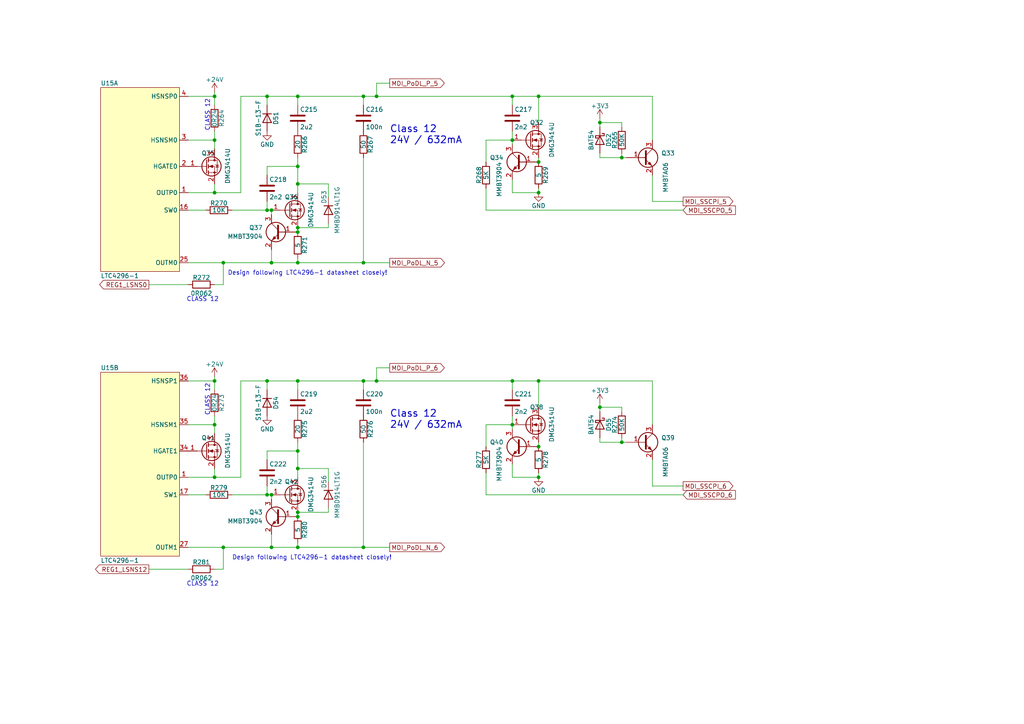
<source format=kicad_sch>
(kicad_sch (version 20211123) (generator eeschema)
  (paper "A4")
  (title_block (title "Open Hardware 10Base-T1L Switch") (date "2023-04-07") (rev "REV A") (company "Peter Heinrich") (comment 1 "Open Hardware License CERN-OHL-P v2") (comment 2 "https://github.com/peterheinrich/Open_10Base-T1L_Switch"))
  (lib_symbols
    (symbol "Device:C" (pin_numbers hide) (pin_names (offset 0.254))
      (property "Reference" "C" (at 0.635 2.54 0))
      (property "Value" "C" (at 0.635 -2.54 0))
      (symbol "C_0_1"
        (polyline (pts (xy -2.032 -0.762) (xy 2.032 -0.762)) (stroke (width 0.508)))
        (polyline (pts (xy -2.032 0.762) (xy 2.032 0.762)) (stroke (width 0.508)))
      )
      (symbol "C_1_1"
        (pin passive line (at 0 3.81 270) (length 2.794) (name "~") (number "1"))
        (pin passive line (at 0 -3.81 90) (length 2.794) (name "~") (number "2"))
      )
    )
    (symbol "Device:D" (pin_numbers hide) (pin_names (offset 1.016) hide)
      (property "Reference" "D" (at 0 2.54 0))
      (property "Value" "D" (at 0 -2.54 0))
      (symbol "D_0_1"
        (polyline (pts (xy -1.27 1.27) (xy -1.27 -1.27)) (stroke (width 0.254)))
        (polyline (pts (xy 1.27 0) (xy -1.27 0)))
        (polyline (pts (xy 1.27 1.27) (xy 1.27 -1.27) (xy -1.27 0) (xy 1.27 1.27)) (stroke (width 0.254)))
      )
      (symbol "D_1_1"
        (pin passive line (at -3.81 0 0) (length 2.54) (name "K") (number "1"))
        (pin passive line (at 3.81 0 180) (length 2.54) (name "A") (number "2"))
      )
    )
    (symbol "Device:D_Schottky" (pin_numbers hide) (pin_names (offset 1.016) hide)
      (property "Reference" "D" (at 0 2.54 0))
      (property "Value" "D_Schottky" (at 0 -2.54 0))
      (symbol "D_Schottky_0_1"
        (polyline (pts (xy 1.27 0) (xy -1.27 0)))
        (polyline (pts (xy 1.27 1.27) (xy 1.27 -1.27) (xy -1.27 0) (xy 1.27 1.27)) (stroke (width 0.254)))
        (polyline (pts (xy -1.905 0.635) (xy -1.905 1.27) (xy -1.27 1.27) (xy -1.27 -1.27) (xy -0.635 -1.27) (xy -0.635 -0.635)) (stroke (width 0.254)))
      )
      (symbol "D_Schottky_1_1"
        (pin passive line (at -3.81 0 0) (length 2.54) (name "K") (number "1"))
        (pin passive line (at 3.81 0 180) (length 2.54) (name "A") (number "2"))
      )
    )
    (symbol "Device:Q_NMOS_GSD" (pin_names (offset 0) hide)
      (property "Reference" "Q" (at 5.08 1.27 0))
      (property "Value" "Q_NMOS_GSD" (at 5.08 -1.27 0))
      (symbol "Q_NMOS_GSD_0_1"
        (polyline (pts (xy 0.254 0) (xy -2.54 0)))
        (polyline (pts (xy 0.254 1.905) (xy 0.254 -1.905)) (stroke (width 0.254)))
        (polyline (pts (xy 0.762 -1.27) (xy 0.762 -2.286)) (stroke (width 0.254)))
        (polyline (pts (xy 0.762 0.508) (xy 0.762 -0.508)) (stroke (width 0.254)))
        (polyline (pts (xy 0.762 2.286) (xy 0.762 1.27)) (stroke (width 0.254)))
        (polyline (pts (xy 2.54 2.54) (xy 2.54 1.778)))
        (polyline (pts (xy 2.54 -2.54) (xy 2.54 0) (xy 0.762 0)))
        (polyline (pts (xy 0.762 -1.778) (xy 3.302 -1.778) (xy 3.302 1.778) (xy 0.762 1.778)))
        (polyline (pts (xy 1.016 0) (xy 2.032 0.381) (xy 2.032 -0.381) (xy 1.016 0)) (fill (type outline)))
        (polyline (pts (xy 2.794 0.508) (xy 2.921 0.381) (xy 3.683 0.381) (xy 3.81 0.254)))
        (polyline (pts (xy 3.302 0.381) (xy 2.921 -0.254) (xy 3.683 -0.254) (xy 3.302 0.381)))
        (circle (center 1.651 0) (radius 2.794) (stroke (width 0.254)))
        (circle (center 2.54 -1.778) (radius 0.254) (fill (type outline)))
        (circle (center 2.54 1.778) (radius 0.254) (fill (type outline)))
      )
      (symbol "Q_NMOS_GSD_1_1"
        (pin input line (at -5.08 0 0) (length 2.54) (name "G") (number "1"))
        (pin passive line (at 2.54 -5.08 90) (length 2.54) (name "S") (number "2"))
        (pin passive line (at 2.54 5.08 270) (length 2.54) (name "D") (number "3"))
      )
    )
    (symbol "Device:Q_NPN_BEC" (pin_names (offset 0) hide)
      (property "Reference" "Q" (at 5.08 1.27 0))
      (property "Value" "Q_NPN_BEC" (at 5.08 -1.27 0))
      (symbol "Q_NPN_BEC_0_1"
        (polyline (pts (xy 0.635 0.635) (xy 2.54 2.54)))
        (polyline (pts (xy 0.635 -0.635) (xy 2.54 -2.54) (xy 2.54 -2.54)))
        (polyline (pts (xy 0.635 1.905) (xy 0.635 -1.905) (xy 0.635 -1.905)) (stroke (width 0.508)))
        (polyline (pts (xy 1.27 -1.778) (xy 1.778 -1.27) (xy 2.286 -2.286) (xy 1.27 -1.778) (xy 1.27 -1.778)) (fill (type outline)))
        (circle (center 1.27 0) (radius 2.8194) (stroke (width 0.254)))
      )
      (symbol "Q_NPN_BEC_1_1"
        (pin input line (at -5.08 0 0) (length 5.715) (name "B") (number "1"))
        (pin passive line (at 2.54 -5.08 90) (length 2.54) (name "E") (number "2"))
        (pin passive line (at 2.54 5.08 270) (length 2.54) (name "C") (number "3"))
      )
    )
    (symbol "Device:R" (pin_numbers hide) (pin_names (offset 0))
      (property "Reference" "R" (at 2.032 0 90))
      (property "Value" "R" (at 0 0 90))
      (symbol "R_0_1"
        (rectangle (start -1.016 -2.54) (end 1.016 2.54) (stroke (width 0.254)))
      )
      (symbol "R_1_1"
        (pin passive line (at 0 3.81 270) (length 1.27) (name "~") (number "1"))
        (pin passive line (at 0 -3.81 90) (length 1.27) (name "~") (number "2"))
      )
    )
    (symbol "LTC4296-1:LTC4296-1"
      (property "Reference" "U" (at 0 1.27 0))
      (property "Value" "LTC4296-1" (at 0 -54.61 0))
      (symbol "LTC4296-1_0_1"
        (rectangle (start 0 0) (end 22.86 -53.34) (fill (type background)))
      )
      (symbol "LTC4296-1_1_1"
        (pin output line (at 25.4 -30.48 180) (length 2.54) (name "OUTP0") (number "1"))
        (pin output line (at 25.4 -35.56 180) (length 2.54) (name "SW0") (number "16"))
        (pin output line (at 25.4 -22.86 180) (length 2.54) (name "HGATE0") (number "2"))
        (pin output line (at 25.4 -50.8 180) (length 2.54) (name "OUTM0") (number "25"))
        (pin input line (at 25.4 -15.24 180) (length 2.54) (name "HSNSM0") (number "3"))
        (pin input line (at 25.4 -2.54 180) (length 2.54) (name "HSNSP0") (number "4"))
      )
      (symbol "LTC4296-1_2_1"
        (pin output line (at 25.4 -30.48 180) (length 2.54) (name "OUTP0") (number "1"))
        (pin output line (at 25.4 -35.56 180) (length 2.54) (name "SW1") (number "17"))
        (pin output line (at 25.4 -50.8 180) (length 2.54) (name "OUTM1") (number "27"))
        (pin output line (at 25.4 -22.86 180) (length 2.54) (name "HGATE1") (number "34"))
        (pin input line (at 25.4 -15.24 180) (length 2.54) (name "HSNSM1") (number "35"))
        (pin input line (at 25.4 -2.54 180) (length 2.54) (name "HSNSP1") (number "36"))
      )
      (symbol "LTC4296-1_3_1"
        (pin output line (at 25.4 -35.56 180) (length 2.54) (name "SW2") (number "18"))
        (pin output line (at 25.4 -50.8 180) (length 2.54) (name "OUTM2") (number "29"))
        (pin output line (at 25.4 -30.48 180) (length 2.54) (name "OUTP2") (number "37"))
        (pin output line (at 25.4 -22.86 180) (length 2.54) (name "HGATE2") (number "38"))
        (pin input line (at 25.4 -15.24 180) (length 2.54) (name "HSNSM2") (number "39"))
        (pin input line (at 25.4 -2.54 180) (length 2.54) (name "HSNSP2") (number "40"))
      )
      (symbol "LTC4296-1_4_1"
        (pin output line (at 25.4 -35.56 180) (length 2.54) (name "SW3") (number "19"))
        (pin output line (at 25.4 -50.8 180) (length 2.54) (name "OUTM3") (number "30"))
        (pin output line (at 25.4 -30.48 180) (length 2.54) (name "OUTP3") (number "41"))
        (pin output line (at 25.4 -22.86 180) (length 2.54) (name "HGATE3") (number "42"))
        (pin input line (at 25.4 -15.24 180) (length 2.54) (name "HSNSM3") (number "43"))
        (pin input line (at 25.4 -2.54 180) (length 2.54) (name "HSNSP3") (number "44"))
      )
      (symbol "LTC4296-1_5_1"
        (pin output line (at 25.4 -35.56 180) (length 2.54) (name "SW4") (number "20"))
        (pin output line (at 25.4 -50.8 180) (length 2.54) (name "OUTM4") (number "32"))
        (pin output line (at 25.4 -30.48 180) (length 2.54) (name "OUTP4") (number "45"))
        (pin output line (at 25.4 -22.86 180) (length 2.54) (name "HGATE4") (number "46"))
        (pin input line (at 25.4 -15.24 180) (length 2.54) (name "HSNSM4") (number "47"))
        (pin input line (at 25.4 -2.54 180) (length 2.54) (name "HSNSP4") (number "48"))
      )
      (symbol "LTC4296-1_6_1"
        (pin output line (at -2.54 -7.62 0) (length 2.54) (name "SDO") (number "10"))
        (pin input line (at -2.54 -2.54 0) (length 2.54) (name "SCK") (number "11"))
        (pin input line (at -2.54 -10.16 0) (length 2.54) (name "nCS") (number "12"))
        (pin input line (at 25.4 -2.54 180) (length 2.54) (name "AUTO") (number "13"))
        (pin bidirectional line (at 25.4 -5.08 180) (length 2.54) (name "WAKEUP") (number "14"))
        (pin input line (at 25.4 -17.78 180) (length 2.54) (name "NC") (number "15"))
        (pin power_in line (at -2.54 -38.1 0) (length 2.54) (name "GND") (number "21"))
        (pin input line (at -2.54 -12.7 0) (length 2.54) (name "RT") (number "22"))
        (pin output line (at -2.54 -50.8 0) (length 2.54) (name "LGATE") (number "23"))
        (pin input line (at -2.54 -43.18 0) (length 2.54) (name "LSRC") (number "24"))
        (pin input line (at 25.4 -45.72 180) (length 2.54) (name "LSNS0") (number "26"))
        (pin input line (at 25.4 -48.26 180) (length 2.54) (name "LSNS1/LSNS2") (number "28"))
        (pin input line (at 25.4 -50.8 180) (length 2.54) (name "LSNS3/LSNS4") (number "31"))
        (pin power_in line (at -2.54 -40.64 0) (length 2.54) (name "GND") (number "49"))
        (pin input line (at 25.4 -15.24 180) (length 2.54) (name "NC") (number "5"))
        (pin power_in line (at -2.54 -25.4 0) (length 2.54) (name "IN") (number "6"))
        (pin bidirectional line (at -2.54 -27.94 0) (length 2.54) (name "CPO") (number "7"))
        (pin bidirectional line (at 25.4 -7.62 180) (length 2.54) (name "INT") (number "8"))
        (pin input line (at -2.54 -5.08 0) (length 2.54) (name "SDI") (number "9"))
      )
    )
    (symbol "power:+24V" (power) (pin_names (offset 0))
      (property "Value" "+24V" (at 0 3.556 0))
      (symbol "+24V_0_1"
        (polyline (pts (xy -0.762 1.27) (xy 0 2.54)))
        (polyline (pts (xy 0 0) (xy 0 2.54)))
        (polyline (pts (xy 0 2.54) (xy 0.762 1.27)))
      )
      (symbol "+24V_1_1"
        (pin power_in line (at 0 0 90) (length 0) hide (name "+24V") (number "1"))
      )
    )
    (symbol "power:+3V3" (power) (pin_names (offset 0))
      (property "Value" "+3V3" (at 0 3.556 0))
      (symbol "+3V3_0_1"
        (polyline (pts (xy -0.762 1.27) (xy 0 2.54)))
        (polyline (pts (xy 0 0) (xy 0 2.54)))
        (polyline (pts (xy 0 2.54) (xy 0.762 1.27)))
      )
      (symbol "+3V3_1_1"
        (pin power_in line (at 0 0 90) (length 0) hide (name "+3V3") (number "1"))
      )
    )
    (symbol "power:GND" (power) (pin_names (offset 0))
      (property "Value" "GND" (at 0 -3.81 0))
      (symbol "GND_0_1"
        (polyline (pts (xy 0 0) (xy 0 -1.27) (xy 1.27 -1.27) (xy 0 -2.54) (xy -1.27 -1.27) (xy 0 -1.27)))
      )
      (symbol "GND_1_1"
        (pin power_in line (at 0 0 270) (length 0) hide (name "GND") (number "1"))
      )
    )
  )
  (junction (at 86.36 149.86))
  (junction (at 78.74 60.96))
  (junction (at 156.21 55.88))
  (junction (at 105.41 110.49))
  (junction (at 105.41 27.94))
  (junction (at 105.41 158.75))
  (junction (at 78.74 76.2))
  (junction (at 77.47 143.51))
  (junction (at 148.59 27.94))
  (junction (at 180.34 45.72))
  (junction (at 62.23 55.88))
  (junction (at 180.34 128.27))
  (junction (at 148.59 40.64))
  (junction (at 86.36 66.04))
  (junction (at 62.23 110.49))
  (junction (at 78.74 143.51))
  (junction (at 86.36 110.49))
  (junction (at 77.47 60.96))
  (junction (at 64.77 76.2))
  (junction (at 109.22 110.49))
  (junction (at 86.36 48.26))
  (junction (at 62.23 27.94))
  (junction (at 86.36 27.94))
  (junction (at 148.59 123.19))
  (junction (at 62.23 123.19))
  (junction (at 148.59 110.49))
  (junction (at 156.21 129.54))
  (junction (at 156.21 138.43))
  (junction (at 86.36 67.31))
  (junction (at 62.23 40.64))
  (junction (at 86.36 135.89))
  (junction (at 77.47 27.94))
  (junction (at 86.36 158.75))
  (junction (at 109.22 27.94))
  (junction (at 173.99 35.56))
  (junction (at 173.99 118.11))
  (junction (at 86.36 53.34))
  (junction (at 105.41 76.2))
  (junction (at 156.21 46.99))
  (junction (at 86.36 76.2))
  (junction (at 156.21 110.49))
  (junction (at 77.47 110.49))
  (junction (at 86.36 130.81))
  (junction (at 62.23 138.43))
  (junction (at 156.21 27.94))
  (junction (at 86.36 148.59))
  (junction (at 78.74 158.75))
  (junction (at 64.77 158.75))
  (wire (pts (xy 148.59 38.1) (xy 148.59 40.64)))
  (wire (pts (xy 156.21 27.94) (xy 156.21 35.56)))
  (wire (pts (xy 62.23 138.43) (xy 69.85 138.43)))
  (wire (pts (xy 148.59 55.88) (xy 156.21 55.88)))
  (wire (pts (xy 86.36 76.2) (xy 105.41 76.2)))
  (wire (pts (xy 156.21 54.61) (xy 156.21 55.88)))
  (wire (pts (xy 105.41 110.49) (xy 105.41 113.03)))
  (wire (pts (xy 105.41 27.94) (xy 105.41 30.48)))
  (wire (pts (xy 148.59 138.43) (xy 156.21 138.43)))
  (wire (pts (xy 86.36 110.49) (xy 86.36 113.03)))
  (wire (pts (xy 86.36 130.81) (xy 86.36 135.89)))
  (wire (pts (xy 148.59 41.91) (xy 148.59 40.64)))
  (wire (pts (xy 180.34 128.27) (xy 173.99 128.27)))
  (wire (pts (xy 86.36 148.59) (xy 95.25 148.59)))
  (wire (pts (xy 54.61 27.94) (xy 62.23 27.94)))
  (wire (pts (xy 77.47 143.51) (xy 78.74 143.51)))
  (wire (pts (xy 95.25 147.32) (xy 95.25 148.59)))
  (wire (pts (xy 95.25 57.15) (xy 95.25 53.34)))
  (wire (pts (xy 86.36 158.75) (xy 105.41 158.75)))
  (wire (pts (xy 54.61 143.51) (xy 59.69 143.51)))
  (wire (pts (xy 77.47 50.8) (xy 77.47 48.26)))
  (wire (pts (xy 86.36 53.34) (xy 95.25 53.34)))
  (wire (pts (xy 77.47 60.96) (xy 78.74 60.96)))
  (wire (pts (xy 95.25 64.77) (xy 95.25 66.04)))
  (wire (pts (xy 77.47 140.97) (xy 77.47 143.51)))
  (wire (pts (xy 140.97 60.96) (xy 198.12 60.96)))
  (wire (pts (xy 69.85 55.88) (xy 69.85 27.94)))
  (wire (pts (xy 86.36 45.72) (xy 86.36 48.26)))
  (wire (pts (xy 140.97 129.54) (xy 140.97 123.19)))
  (wire (pts (xy 54.61 110.49) (xy 62.23 110.49)))
  (wire (pts (xy 54.61 158.75) (xy 64.77 158.75)))
  (wire (pts (xy 148.59 113.03) (xy 148.59 110.49)))
  (wire (pts (xy 148.59 30.48) (xy 148.59 27.94)))
  (wire (pts (xy 156.21 46.99) (xy 156.21 45.72)))
  (wire (pts (xy 173.99 119.38) (xy 173.99 118.11)))
  (wire (pts (xy 105.41 27.94) (xy 109.22 27.94)))
  (wire (pts (xy 181.61 128.27) (xy 180.34 128.27)))
  (wire (pts (xy 78.74 144.78) (xy 78.74 143.51)))
  (wire (pts (xy 86.36 48.26) (xy 86.36 53.34)))
  (wire (pts (xy 109.22 27.94) (xy 148.59 27.94)))
  (wire (pts (xy 86.36 149.86) (xy 86.36 148.59)))
  (wire (pts (xy 180.34 35.56) (xy 180.34 36.83)))
  (wire (pts (xy 62.23 40.64) (xy 54.61 40.64)))
  (wire (pts (xy 189.23 50.8) (xy 189.23 58.42)))
  (wire (pts (xy 148.59 110.49) (xy 156.21 110.49)))
  (wire (pts (xy 180.34 127) (xy 180.34 128.27)))
  (wire (pts (xy 109.22 106.68) (xy 109.22 110.49)))
  (wire (pts (xy 181.61 45.72) (xy 180.34 45.72)))
  (wire (pts (xy 54.61 138.43) (xy 62.23 138.43)))
  (wire (pts (xy 148.59 27.94) (xy 156.21 27.94)))
  (wire (pts (xy 86.36 74.93) (xy 86.36 76.2)))
  (wire (pts (xy 77.47 130.81) (xy 86.36 130.81)))
  (wire (pts (xy 105.41 110.49) (xy 109.22 110.49)))
  (wire (pts (xy 173.99 128.27) (xy 173.99 127)))
  (wire (pts (xy 64.77 76.2) (xy 78.74 76.2)))
  (wire (pts (xy 109.22 24.13) (xy 109.22 27.94)))
  (wire (pts (xy 86.36 135.89) (xy 95.25 135.89)))
  (wire (pts (xy 86.36 66.04) (xy 95.25 66.04)))
  (wire (pts (xy 43.18 82.55) (xy 54.61 82.55)))
  (wire (pts (xy 173.99 118.11) (xy 180.34 118.11)))
  (wire (pts (xy 62.23 123.19) (xy 54.61 123.19)))
  (wire (pts (xy 78.74 76.2) (xy 86.36 76.2)))
  (wire (pts (xy 77.47 133.35) (xy 77.47 130.81)))
  (wire (pts (xy 62.23 38.1) (xy 62.23 40.64)))
  (wire (pts (xy 95.25 139.7) (xy 95.25 135.89)))
  (wire (pts (xy 173.99 36.83) (xy 173.99 35.56)))
  (wire (pts (xy 156.21 110.49) (xy 156.21 118.11)))
  (wire (pts (xy 77.47 110.49) (xy 77.47 113.03)))
  (wire (pts (xy 173.99 45.72) (xy 173.99 44.45)))
  (wire (pts (xy 62.23 40.64) (xy 62.23 43.18)))
  (wire (pts (xy 180.34 45.72) (xy 173.99 45.72)))
  (wire (pts (xy 78.74 158.75) (xy 86.36 158.75)))
  (wire (pts (xy 86.36 27.94) (xy 86.36 30.48)))
  (wire (pts (xy 140.97 143.51) (xy 198.12 143.51)))
  (wire (pts (xy 62.23 110.49) (xy 62.23 113.03)))
  (wire (pts (xy 140.97 123.19) (xy 148.59 123.19)))
  (wire (pts (xy 62.23 120.65) (xy 62.23 123.19)))
  (wire (pts (xy 62.23 138.43) (xy 62.23 135.89)))
  (wire (pts (xy 173.99 116.84) (xy 173.99 118.11)))
  (wire (pts (xy 113.03 106.68) (xy 109.22 106.68)))
  (wire (pts (xy 140.97 40.64) (xy 148.59 40.64)))
  (wire (pts (xy 62.23 109.22) (xy 62.23 110.49)))
  (wire (pts (xy 54.61 76.2) (xy 64.77 76.2)))
  (wire (pts (xy 148.59 124.46) (xy 148.59 123.19)))
  (wire (pts (xy 62.23 26.67) (xy 62.23 27.94)))
  (wire (pts (xy 156.21 110.49) (xy 189.23 110.49)))
  (wire (pts (xy 109.22 110.49) (xy 148.59 110.49)))
  (wire (pts (xy 105.41 158.75) (xy 105.41 128.27)))
  (wire (pts (xy 62.23 55.88) (xy 69.85 55.88)))
  (wire (pts (xy 86.36 27.94) (xy 105.41 27.94)))
  (wire (pts (xy 64.77 165.1) (xy 64.77 158.75)))
  (wire (pts (xy 86.36 157.48) (xy 86.36 158.75)))
  (wire (pts (xy 156.21 27.94) (xy 189.23 27.94)))
  (wire (pts (xy 77.47 27.94) (xy 86.36 27.94)))
  (wire (pts (xy 62.23 123.19) (xy 62.23 125.73)))
  (wire (pts (xy 86.36 128.27) (xy 86.36 130.81)))
  (wire (pts (xy 78.74 62.23) (xy 78.74 60.96)))
  (wire (pts (xy 86.36 53.34) (xy 86.36 55.88)))
  (wire (pts (xy 86.36 135.89) (xy 86.36 138.43)))
  (wire (pts (xy 173.99 35.56) (xy 180.34 35.56)))
  (wire (pts (xy 62.23 82.55) (xy 64.77 82.55)))
  (wire (pts (xy 62.23 27.94) (xy 62.23 30.48)))
  (wire (pts (xy 180.34 118.11) (xy 180.34 119.38)))
  (wire (pts (xy 62.23 55.88) (xy 62.23 53.34)))
  (wire (pts (xy 77.47 48.26) (xy 86.36 48.26)))
  (wire (pts (xy 105.41 76.2) (xy 105.41 45.72)))
  (wire (pts (xy 86.36 67.31) (xy 86.36 66.04)))
  (wire (pts (xy 140.97 137.16) (xy 140.97 143.51)))
  (wire (pts (xy 189.23 133.35) (xy 189.23 140.97)))
  (wire (pts (xy 54.61 55.88) (xy 62.23 55.88)))
  (wire (pts (xy 64.77 158.75) (xy 78.74 158.75)))
  (wire (pts (xy 148.59 120.65) (xy 148.59 123.19)))
  (wire (pts (xy 140.97 54.61) (xy 140.97 60.96)))
  (wire (pts (xy 43.18 165.1) (xy 54.61 165.1)))
  (wire (pts (xy 77.47 110.49) (xy 86.36 110.49)))
  (wire (pts (xy 69.85 138.43) (xy 69.85 110.49)))
  (wire (pts (xy 78.74 154.94) (xy 78.74 158.75)))
  (wire (pts (xy 140.97 46.99) (xy 140.97 40.64)))
  (wire (pts (xy 189.23 58.42) (xy 198.12 58.42)))
  (wire (pts (xy 69.85 27.94) (xy 77.47 27.94)))
  (wire (pts (xy 64.77 82.55) (xy 64.77 76.2)))
  (wire (pts (xy 67.31 60.96) (xy 77.47 60.96)))
  (wire (pts (xy 156.21 137.16) (xy 156.21 138.43)))
  (wire (pts (xy 86.36 110.49) (xy 105.41 110.49)))
  (wire (pts (xy 77.47 27.94) (xy 77.47 30.48)))
  (wire (pts (xy 189.23 27.94) (xy 189.23 40.64)))
  (wire (pts (xy 105.41 158.75) (xy 113.03 158.75)))
  (wire (pts (xy 54.61 60.96) (xy 59.69 60.96)))
  (wire (pts (xy 148.59 52.07) (xy 148.59 55.88)))
  (wire (pts (xy 78.74 72.39) (xy 78.74 76.2)))
  (wire (pts (xy 156.21 129.54) (xy 156.21 128.27)))
  (wire (pts (xy 105.41 76.2) (xy 113.03 76.2)))
  (wire (pts (xy 173.99 34.29) (xy 173.99 35.56)))
  (wire (pts (xy 189.23 110.49) (xy 189.23 123.19)))
  (wire (pts (xy 77.47 58.42) (xy 77.47 60.96)))
  (wire (pts (xy 113.03 24.13) (xy 109.22 24.13)))
  (wire (pts (xy 189.23 140.97) (xy 198.12 140.97)))
  (wire (pts (xy 180.34 44.45) (xy 180.34 45.72)))
  (wire (pts (xy 69.85 110.49) (xy 77.47 110.49)))
  (wire (pts (xy 148.59 134.62) (xy 148.59 138.43)))
  (wire (pts (xy 62.23 165.1) (xy 64.77 165.1)))
  (wire (pts (xy 67.31 143.51) (xy 77.47 143.51)))
  (text "CLASS 12" (at 60.96 120.65 90) (effects (font (size 1.27 1.27)) (justify left bottom)))
  (text "CLASS 12" (at 60.96 38.1 90) (effects (font (size 1.27 1.27)) (justify left bottom)))
  (text "CLASS 12\n" (at 63.5 170.18 180) (effects (font (size 1.27 1.27)) (justify right bottom)))
  (text "Design following LTC4296-1 datasheet closely!" (at 66.04 80.01 0) (effects (font (size 1.27 1.27)) (justify left bottom)))
  (text "Class 12\n24V / 632mA" (at 113.03 124.46 0) (effects (font (size 2 2) (thickness 0.254) bold) (justify left bottom)))
  (text "Class 12\n24V / 632mA" (at 113.03 41.91 0) (effects (font (size 2 2) (thickness 0.254) bold) (justify left bottom)))
  (text "CLASS 12\n" (at 63.5 87.63 180) (effects (font (size 1.27 1.27)) (justify right bottom)))
  (text "Design following LTC4296-1 datasheet closely!" (at 67.31 162.56 0) (effects (font (size 1.27 1.27)) (justify left bottom)))
  (global_label "MDI_PoDL_N_6" (shape output) (at 113.03 158.75 0) (property "Intersheet References" "${INTERSHEET_REFS}" (effects hide)))
  (global_label "MDI_SSCPO_6" (shape input) (at 198.12 143.51 0) (property "Intersheet References" "${INTERSHEET_REFS}" (effects hide)))
  (global_label "REG1_LSNS12" (shape output) (at 43.18 165.1 180) (property "Intersheet References" "${INTERSHEET_REFS}" (effects hide)))
  (global_label "REG1_LSNS0" (shape output) (at 43.18 82.55 180) (property "Intersheet References" "${INTERSHEET_REFS}" (effects hide)))
  (global_label "MDI_PoDL_N_5" (shape output) (at 113.03 76.2 0) (property "Intersheet References" "${INTERSHEET_REFS}" (effects hide)))
  (global_label "MDI_SSCPO_5" (shape input) (at 198.12 60.96 0) (property "Intersheet References" "${INTERSHEET_REFS}" (effects hide)))
  (global_label "MDI_SSCPI_5" (shape output) (at 198.12 58.42 0) (property "Intersheet References" "${INTERSHEET_REFS}" (effects hide)))
  (global_label "MDI_SSCPI_6" (shape output) (at 198.12 140.97 0) (property "Intersheet References" "${INTERSHEET_REFS}" (effects hide)))
  (global_label "MDI_PoDL_P_5" (shape output) (at 113.03 24.13 0) (property "Intersheet References" "${INTERSHEET_REFS}" (effects hide)))
  (global_label "MDI_PoDL_P_6" (shape output) (at 113.03 106.68 0) (property "Intersheet References" "${INTERSHEET_REFS}" (effects hide)))
  (symbol (lib_id "power:GND") (at 156.21 55.88 0) (unit 1)
    (property "Reference" "#PWR0211" (effects hide))
    (property "Value" "GND" (at 156.21 59.69 0))
  )
  (symbol (lib_id "power:+24V") (at 62.23 109.22 0) (unit 1)
    (property "Reference" "#PWR0212" (effects hide))
    (property "Value" "+24V" (at 62.23 105.664 0))
  )
  (symbol (lib_id "Device:C") (at 105.41 34.29 0) (unit 1)
    (property "Reference" "C216" (at 106.045 31.75 0) (effects (justify left)))
    (property "Value" "100n" (at 106.045 36.83 0) (effects (justify left)))
  )
  (symbol (lib_id "Device:Q_NMOS_GSD") (at 83.82 143.51 0) (unit 1)
    (property "Reference" "Q42" (at 82.55 139.7 0) (effects (justify left)))
    (property "Value" "DMG3414U" (at 90.17 148.59 90) (effects (justify left)))
  )
  (symbol (lib_id "Device:D") (at 95.25 60.96 270) (unit 1)
    (property "Reference" "D53" (at 93.98 57.15 0))
    (property "Value" "MMBD914LT1G" (at 97.79 60.96 0))
    (property "Footprint" "MMBD914L:SOT-23-DIODE" (effects hide))
  )
  (symbol (lib_id "Device:Q_NMOS_GSD") (at 153.67 123.19 0) (unit 1)
    (property "Reference" "Q38" (at 153.67 118.11 0) (effects (justify left)))
    (property "Value" "DMG3414U" (at 160.02 128.27 90) (effects (justify left)))
  )
  (symbol (lib_id "Device:Q_NMOS_GSD") (at 153.67 40.64 0) (unit 1)
    (property "Reference" "Q32" (at 153.67 35.56 0) (effects (justify left)))
    (property "Value" "DMG3414U" (at 160.02 45.72 90) (effects (justify left)))
  )
  (symbol (lib_id "Device:R") (at 180.34 123.19 180) (unit 1)
    (property "Reference" "R274" (at 178.308 123.19 90))
    (property "Value" "50K" (at 180.34 123.19 90))
    (property "Footprint" "Resistor_SMD:R_0603_1608Metric" (effects hide))
  )
  (symbol (lib_id "Device:R") (at 140.97 50.8 180) (unit 1)
    (property "Reference" "R268" (at 138.938 50.8 90))
    (property "Value" "5K" (at 140.97 50.8 90))
    (property "Footprint" "Resistor_SMD:R_0603_1608Metric" (effects hide))
  )
  (symbol (lib_id "Device:C") (at 86.36 34.29 0) (unit 1)
    (property "Reference" "C215" (at 86.995 31.75 0) (effects (justify left)))
    (property "Value" "2u2" (at 86.995 36.83 0) (effects (justify left)))
  )
  (symbol (lib_id "Device:Q_NPN_BEC") (at 151.13 46.99 0) (mirror y) (unit 1)
    (property "Reference" "Q34" (at 146.05 45.72 0) (effects (justify left)))
    (property "Value" "MMBT3904" (at 144.78 57.15 90) (effects (justify left)))
  )
  (symbol (lib_id "power:+24V") (at 62.23 26.67 0) (unit 1)
    (property "Reference" "#PWR0208" (effects hide))
    (property "Value" "+24V" (at 62.23 23.114 0))
  )
  (symbol (lib_id "Device:R") (at 63.5 60.96 90) (unit 1)
    (property "Reference" "R270" (at 63.5 58.928 90))
    (property "Value" "10K" (at 63.5 60.96 90))
    (property "Footprint" "Resistor_SMD:R_0603_1608Metric" (effects hide))
  )
  (symbol (lib_id "Device:Q_NPN_BEC") (at 151.13 129.54 0) (mirror y) (unit 1)
    (property "Reference" "Q40" (at 146.05 128.27 0) (effects (justify left)))
    (property "Value" "MMBT3904" (at 144.78 139.7 90) (effects (justify left)))
  )
  (symbol (lib_id "LTC4296-1:LTC4296-1") (at 29.21 25.4 0) (unit 1)
    (property "Reference" "U15" (at 29.21 24.13 0) (effects (justify left)))
    (property "Value" "LTC4296-1" (at 29.21 80.01 0) (effects (justify left)))
  )
  (symbol (lib_id "Device:C") (at 86.36 116.84 0) (unit 1)
    (property "Reference" "C219" (at 86.995 114.3 0) (effects (justify left)))
    (property "Value" "2u2" (at 86.995 119.38 0) (effects (justify left)))
  )
  (symbol (lib_id "Device:C") (at 77.47 54.61 0) (unit 1)
    (property "Reference" "C218" (at 78.105 52.07 0) (effects (justify left)))
    (property "Value" "2n2" (at 78.105 57.15 0) (effects (justify left)))
    (property "Footprint" "Capacitor_SMD:C_0603_1608Metric" (effects hide))
  )
  (symbol (lib_id "Device:R") (at 105.41 124.46 0) (unit 1)
    (property "Reference" "R276" (at 107.442 124.46 90))
    (property "Value" "50" (at 105.41 124.46 90))
    (property "Footprint" "Resistor_SMD:R_1206_3216Metric" (effects hide))
  )
  (symbol (lib_id "Device:Q_NMOS_GSD") (at 59.69 48.26 0) (unit 1)
    (property "Reference" "Q35" (at 58.42 44.45 0) (effects (justify left)))
    (property "Value" "DMG3414U" (at 66.04 53.34 90) (effects (justify left)))
  )
  (symbol (lib_id "Device:R") (at 156.21 50.8 0) (unit 1)
    (property "Reference" "R269" (at 158.242 50.8 90))
    (property "Value" "5" (at 156.21 50.8 90))
    (property "Footprint" "Resistor_SMD:R_1206_3216Metric" (effects hide))
  )
  (symbol (lib_id "Device:R") (at 86.36 41.91 0) (unit 1)
    (property "Reference" "R266" (at 88.392 41.91 90))
    (property "Value" "20" (at 86.36 41.91 90))
    (property "Footprint" "Resistor_SMD:R_1206_3216Metric" (effects hide))
  )
  (symbol (lib_id "Device:C") (at 105.41 116.84 0) (unit 1)
    (property "Reference" "C220" (at 106.045 114.3 0) (effects (justify left)))
    (property "Value" "100n" (at 106.045 119.38 0) (effects (justify left)))
  )
  (symbol (lib_id "Device:Q_NPN_BEC") (at 186.69 128.27 0) (unit 1)
    (property "Reference" "Q39" (at 191.77 127 0) (effects (justify left)))
    (property "Value" "MMBTA06" (at 193.04 138.43 90) (effects (justify left)))
  )
  (symbol (lib_id "power:GND") (at 77.47 120.65 0) (unit 1)
    (property "Reference" "#PWR0214" (effects hide))
    (property "Value" "GND" (at 77.47 124.46 0))
  )
  (symbol (lib_id "Device:R") (at 105.41 41.91 0) (unit 1)
    (property "Reference" "R267" (at 107.442 41.91 90))
    (property "Value" "50" (at 105.41 41.91 90))
    (property "Footprint" "Resistor_SMD:R_1206_3216Metric" (effects hide))
  )
  (symbol (lib_id "Device:D_Schottky") (at 173.99 40.64 270) (unit 1)
    (property "Reference" "D52" (at 176.53 40.64 0))
    (property "Value" "BAT54" (at 171.45 40.64 0))
    (property "Footprint" "BAT54:SOT-23-DIODE" (effects hide))
  )
  (symbol (lib_id "Device:R") (at 62.23 116.84 0) (unit 1)
    (property "Reference" "R273" (at 64.262 116.84 90))
    (property "Value" "0R24" (at 62.23 116.84 90))
    (property "Footprint" "Resistor_SMD:R_1206_3216Metric" (effects hide))
  )
  (symbol (lib_id "Device:C") (at 77.47 137.16 0) (unit 1)
    (property "Reference" "C222" (at 78.105 134.62 0) (effects (justify left)))
    (property "Value" "2n2" (at 78.105 139.7 0) (effects (justify left)))
    (property "Footprint" "Capacitor_SMD:C_0603_1608Metric" (effects hide))
  )
  (symbol (lib_id "LTC4296-1:LTC4296-1") (at 29.21 107.95 0) (unit 2)
    (property "Reference" "U15" (at 29.21 106.68 0) (effects (justify left)))
    (property "Value" "LTC4296-1" (at 29.21 162.56 0) (effects (justify left)))
  )
  (symbol (lib_id "Device:C") (at 148.59 116.84 0) (unit 1)
    (property "Reference" "C221" (at 149.225 114.3 0) (effects (justify left)))
    (property "Value" "2n2" (at 149.225 119.38 0) (effects (justify left)))
    (property "Footprint" "Capacitor_SMD:C_0603_1608Metric" (effects hide))
  )
  (symbol (lib_id "Device:Q_NPN_BEC") (at 186.69 45.72 0) (unit 1)
    (property "Reference" "Q33" (at 191.77 44.45 0) (effects (justify left)))
    (property "Value" "MMBTA06" (at 193.04 55.88 90) (effects (justify left)))
  )
  (symbol (lib_id "Device:R") (at 62.23 34.29 0) (unit 1)
    (property "Reference" "R264" (at 64.262 34.29 90))
    (property "Value" "0R24" (at 62.23 34.29 90))
    (property "Footprint" "Resistor_SMD:R_1206_3216Metric" (effects hide))
  )
  (symbol (lib_id "power:+3V3") (at 173.99 34.29 0) (unit 1)
    (property "Reference" "#PWR0209" (effects hide))
    (property "Value" "+3V3" (at 173.99 30.734 0))
  )
  (symbol (lib_id "power:+3V3") (at 173.99 116.84 0) (unit 1)
    (property "Reference" "#PWR0213" (effects hide))
    (property "Value" "+3V3" (at 173.99 113.284 0))
  )
  (symbol (lib_id "Device:R") (at 156.21 133.35 0) (unit 1)
    (property "Reference" "R278" (at 158.242 133.35 90))
    (property "Value" "5" (at 156.21 133.35 90))
    (property "Footprint" "Resistor_SMD:R_1206_3216Metric" (effects hide))
  )
  (symbol (lib_id "power:GND") (at 156.21 138.43 0) (unit 1)
    (property "Reference" "#PWR0215" (effects hide))
    (property "Value" "GND" (at 156.21 142.24 0))
  )
  (symbol (lib_id "power:GND") (at 77.47 38.1 0) (unit 1)
    (property "Reference" "#PWR0210" (effects hide))
    (property "Value" "GND" (at 77.47 41.91 0))
  )
  (symbol (lib_id "Device:R") (at 58.42 165.1 90) (unit 1)
    (property "Reference" "R281" (at 58.42 163.068 90))
    (property "Value" "0R062" (at 58.42 167.64 90))
    (property "Footprint" "Resistor_SMD:R_1206_3216Metric" (effects hide))
  )
  (symbol (lib_id "Device:D") (at 77.47 34.29 270) (unit 1)
    (property "Reference" "D51" (at 80.01 34.29 0))
    (property "Value" "S1B-13-F" (at 74.93 34.29 0))
    (property "Footprint" "Diode_SMD:D_SMB" (effects hide))
  )
  (symbol (lib_id "Device:D") (at 95.25 143.51 270) (unit 1)
    (property "Reference" "D56" (at 93.98 139.7 0))
    (property "Value" "MMBD914LT1G" (at 97.79 143.51 0))
    (property "Footprint" "MMBD914L:SOT-23-DIODE" (effects hide))
  )
  (symbol (lib_id "Device:R") (at 86.36 124.46 0) (unit 1)
    (property "Reference" "R275" (at 88.392 124.46 90))
    (property "Value" "20" (at 86.36 124.46 90))
    (property "Footprint" "Resistor_SMD:R_1206_3216Metric" (effects hide))
  )
  (symbol (lib_id "Device:R") (at 63.5 143.51 90) (unit 1)
    (property "Reference" "R279" (at 63.5 141.478 90))
    (property "Value" "10K" (at 63.5 143.51 90))
    (property "Footprint" "Resistor_SMD:R_0603_1608Metric" (effects hide))
  )
  (symbol (lib_id "Device:D") (at 77.47 116.84 270) (unit 1)
    (property "Reference" "D54" (at 80.01 116.84 0))
    (property "Value" "S1B-13-F" (at 74.93 116.84 0))
    (property "Footprint" "Diode_SMD:D_SMB" (effects hide))
  )
  (symbol (lib_id "Device:R") (at 180.34 40.64 180) (unit 1)
    (property "Reference" "R265" (at 178.308 40.64 90))
    (property "Value" "50K" (at 180.34 40.64 90))
    (property "Footprint" "Resistor_SMD:R_0603_1608Metric" (effects hide))
  )
  (symbol (lib_id "Device:R") (at 140.97 133.35 180) (unit 1)
    (property "Reference" "R277" (at 138.938 133.35 90))
    (property "Value" "5K" (at 140.97 133.35 90))
    (property "Footprint" "Resistor_SMD:R_0603_1608Metric" (effects hide))
  )
  (symbol (lib_id "Device:R") (at 86.36 71.12 0) (unit 1)
    (property "Reference" "R271" (at 88.392 71.12 90))
    (property "Value" "5" (at 86.36 71.12 90))
    (property "Footprint" "Resistor_SMD:R_1206_3216Metric" (effects hide))
  )
  (symbol (lib_id "Device:Q_NMOS_GSD") (at 59.69 130.81 0) (unit 1)
    (property "Reference" "Q41" (at 58.42 127 0) (effects (justify left)))
    (property "Value" "DMG3414U" (at 66.04 135.89 90) (effects (justify left)))
  )
  (symbol (lib_id "Device:Q_NMOS_GSD") (at 83.82 60.96 0) (unit 1)
    (property "Reference" "Q36" (at 82.55 57.15 0) (effects (justify left)))
    (property "Value" "DMG3414U" (at 90.17 66.04 90) (effects (justify left)))
  )
  (symbol (lib_id "Device:R") (at 86.36 153.67 0) (unit 1)
    (property "Reference" "R280" (at 88.392 153.67 90))
    (property "Value" "5" (at 86.36 153.67 90))
    (property "Footprint" "Resistor_SMD:R_1206_3216Metric" (effects hide))
  )
  (symbol (lib_id "Device:D_Schottky") (at 173.99 123.19 270) (unit 1)
    (property "Reference" "D55" (at 176.53 123.19 0))
    (property "Value" "BAT54" (at 171.45 123.19 0))
    (property "Footprint" "BAT54:SOT-23-DIODE" (effects hide))
  )
  (symbol (lib_id "Device:R") (at 58.42 82.55 90) (unit 1)
    (property "Reference" "R272" (at 58.42 80.518 90))
    (property "Value" "0R062" (at 58.42 85.09 90))
    (property "Footprint" "Resistor_SMD:R_1206_3216Metric" (effects hide))
  )
  (symbol (lib_id "Device:C") (at 148.59 34.29 0) (unit 1)
    (property "Reference" "C217" (at 149.225 31.75 0) (effects (justify left)))
    (property "Value" "2n2" (at 149.225 36.83 0) (effects (justify left)))
    (property "Footprint" "Capacitor_SMD:C_0603_1608Metric" (effects hide))
  )
  (symbol (lib_id "Device:Q_NPN_BEC") (at 81.28 67.31 0) (mirror y) (unit 1)
    (property "Reference" "Q37" (at 76.2 66.04 0) (effects (justify left)))
    (property "Value" "MMBT3904" (at 76.2 68.58 0) (effects (justify left)))
  )
  (symbol (lib_id "Device:Q_NPN_BEC") (at 81.28 149.86 0) (mirror y) (unit 1)
    (property "Reference" "Q43" (at 76.2 148.59 0) (effects (justify left)))
    (property "Value" "MMBT3904" (at 76.2 151.13 0) (effects (justify left)))
  )
)
</source>
